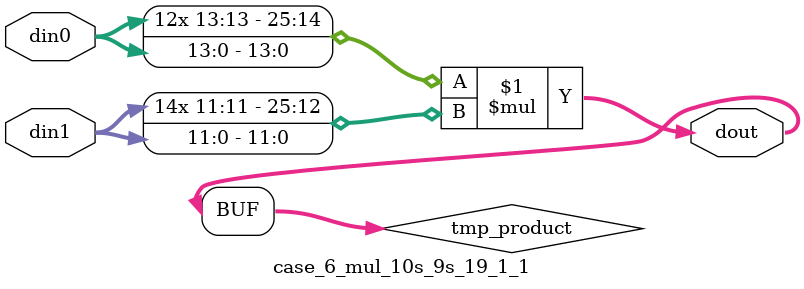
<source format=v>

`timescale 1 ns / 1 ps

 (* use_dsp = "no" *)  module case_6_mul_10s_9s_19_1_1(din0, din1, dout);
parameter ID = 1;
parameter NUM_STAGE = 0;
parameter din0_WIDTH = 14;
parameter din1_WIDTH = 12;
parameter dout_WIDTH = 26;

input [din0_WIDTH - 1 : 0] din0; 
input [din1_WIDTH - 1 : 0] din1; 
output [dout_WIDTH - 1 : 0] dout;

wire signed [dout_WIDTH - 1 : 0] tmp_product;



























assign tmp_product = $signed(din0) * $signed(din1);








assign dout = tmp_product;





















endmodule

</source>
